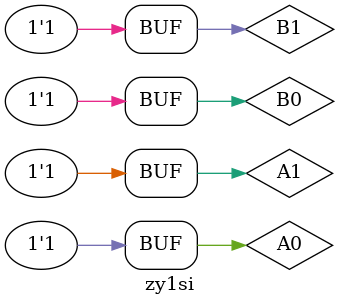
<source format=v>
`timescale 1ns / 1ps

//Êý¾ÝÁ÷ÃèÊö·½Ê½
module zy1si;
    reg A1,A0,B1,B0;
    wire F;
    zy1 na(A1,A0,B1,B0,F);
    initial
       begin
            A1=0;A0=0;B1=0;B0=0;
         #5 A1=0;A0=0;B1=0;B0=1;
         #5 A1=0;A0=0;B1=1;B0=0;
         #5 A1=0;A0=0;B1=1;B0=1;
         #5 A1=0;A0=1;B1=0;B0=0;
         #5 A1=0;A0=1;B1=0;B0=1;
         #5 A1=0;A0=1;B1=1;B0=0;
         #5 A1=0;A0=1;B1=1;B0=1;
         #5 A1=1;A0=0;B1=0;B0=0;
         #5 A1=1;A0=0;B1=0;B0=1;
         #5 A1=1;A0=0;B1=1;B0=0;
         #5 A1=1;A0=0;B1=1;B0=1;
         #5 A1=1;A0=1;B1=0;B0=0;
         #5 A1=1;A0=1;B1=0;B0=1;
         #5 A1=1;A0=1;B1=1;B0=0;
         #5 A1=1;A0=1;B1=1;B0=1;
      
       end
endmodule
/*
module zy1si;

	reg A0;
	reg A1;
	reg B0;
	reg B1;

	wire F;

	zy1 na (
		.A0(A0), 
		.A1(A1), 
		.B0(B0), 
		.B1(B1)
	);
	initial begin
		A0 = 0;A1 = 0;B0 = 0;B1 = 0;
		#100;
      {A0,A1,B0,B1}=5'd1;  
		#100;
      {A0,A1,B0,B1}=5'd2;  
		#100;
      {A0,A1,B0,B1}=5'd3;  
		#100;
      {A0,A1,B0,B1}=5'd4;  
		#100;
      {A0,A1,B0,B1}=5'd5;  
		#100;
      {A0,A1,B0,B1}=5'd6;  
		#100;
      {A0,A1,B0,B1}=5'd7;  
		#100;
      {A0,A1,B0,B1}=5'd8;  
		#100;
      {A0,A1,B0,B1}=5'd9;  
		#100;
      {A0,A1,B0,B1}=5'd10;  
		#100;
      {A0,A1,B0,B1}=5'd11;  
		#100;
      {A0,A1,B0,B1}=5'd12;  
		#100;
      {A0,A1,B0,B1}=5'd13;  
		#100;
      {A0,A1,B0,B1}=5'd14;  
		#100;
      {A0,A1,B0,B1}=5'd15;  
	end
 endmodule
*/
/*
module zy1si;

	reg A0;
	reg A1;
	reg B0;
	reg B1;

	wire F;

	zy1 na (
		.A0(A0), 
		.A1(A1), 
		.B0(B0), 
		.B1(B1)
	);

	reg [1:4] T;
	initial
	begin
		T = 5'b0;
		forever #50 T = T + 1'b1;
	end

	always @(*)
		{A0,A1,B0,B1}=T;

endmodule
*/
</source>
